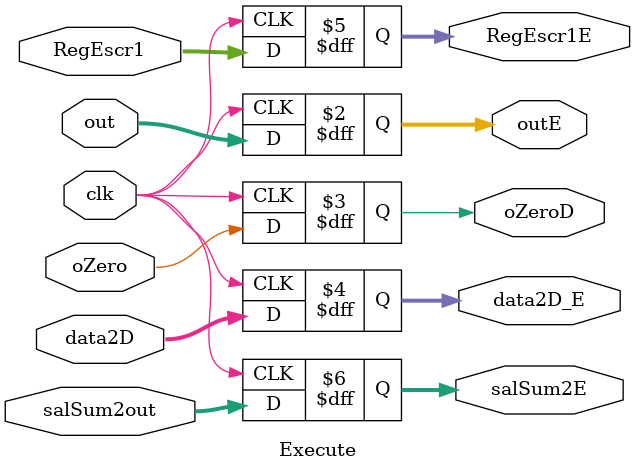
<source format=v>
`timescale 1ns / 1ps


module Execute(clk,out,outE,oZero,oZeroD,data2D,data2D_E,RegEscr1,RegEscr1E,salSum2out,salSum2E);

    input clk;
    input [31:0] out;
    input oZero;
    input [31:0] data2D;
    input [31:0] RegEscr1;
    input [31:0] salSum2out;
    
    output reg [31:0] outE;
    output reg oZeroD;
    output reg [31:0] data2D_E;
    output reg [31:0] RegEscr1E;
    output reg [31:0] salSum2E;
    
always @(posedge clk)

begin
    
    outE = out;
    oZeroD = oZero;
    data2D_E = data2D;
    RegEscr1E = RegEscr1;
    salSum2E = salSum2out;    
end
    
endmodule

</source>
